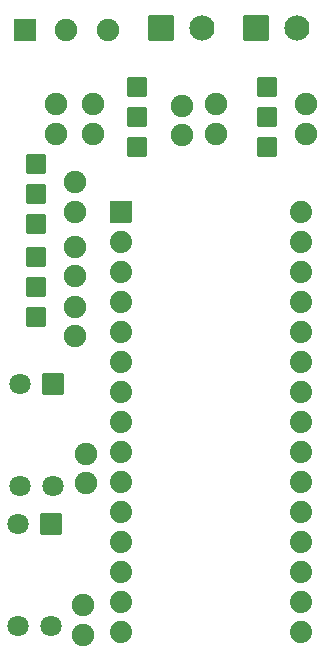
<source format=gts>
G04 Layer: TopSolderMaskLayer*
G04 EasyEDA v6.5.22, 2023-04-09 12:07:21*
G04 a82510d75d89424d952477dd8e89e6f5,b58ac661183547158e32f13718f6ba1e,10*
G04 Gerber Generator version 0.2*
G04 Scale: 100 percent, Rotated: No, Reflected: No *
G04 Dimensions in millimeters *
G04 leading zeros omitted , absolute positions ,4 integer and 5 decimal *
%FSLAX45Y45*%
%MOMM*%

%AMMACRO1*1,1,$1,$2,$3*1,1,$1,$4,$5*1,1,$1,0-$2,0-$3*1,1,$1,0-$4,0-$5*20,1,$1,$2,$3,$4,$5,0*20,1,$1,$4,$5,0-$2,0-$3,0*20,1,$1,0-$2,0-$3,0-$4,0-$5,0*20,1,$1,0-$4,0-$5,$2,$3,0*4,1,4,$2,$3,$4,$5,0-$2,0-$3,0-$4,0-$5,$2,$3,0*%
%ADD10C,1.9016*%
%ADD11MACRO1,0.1016X-0.762X0.762X0.762X0.762*%
%ADD12MACRO1,0.1016X-1.016X1.016X1.016X1.016*%
%ADD13C,2.1336*%
%ADD14MACRO1,0.1016X-0.9X0.9X0.9X0.9*%
%ADD15C,1.9017*%
%ADD16MACRO1,0.2032X0.8X0.8X0.8X-0.8*%
%ADD17C,1.8032*%
%ADD18MACRO1,0.1016X0.889X0.889X0.889X-0.889*%
%ADD19C,1.8796*%

%LPD*%
D10*
G01*
X1092200Y2245105D03*
G01*
X1092200Y1991360D03*
G01*
X1066800Y962405D03*
G01*
X1066800Y708660D03*
D11*
G01*
X2628900Y5092700D03*
G01*
X2628900Y5346700D03*
G01*
X2628900Y4838700D03*
G01*
X673100Y4445000D03*
G01*
X673100Y4699000D03*
G01*
X673100Y4191000D03*
G01*
X673100Y3657600D03*
G01*
X673100Y3911600D03*
G01*
X673100Y3403600D03*
G01*
X1524000Y5092700D03*
G01*
X1524000Y5346700D03*
G01*
X1524000Y4838700D03*
D10*
G01*
X1905000Y5191505D03*
G01*
X1905000Y4937760D03*
G01*
X1003300Y4543805D03*
G01*
X1003300Y4290060D03*
G01*
X838200Y5204205D03*
G01*
X838200Y4950460D03*
G01*
X2959100Y5204205D03*
G01*
X2959100Y4950460D03*
G01*
X2197100Y5204205D03*
G01*
X2197100Y4950460D03*
G01*
X1003300Y3997705D03*
G01*
X1003300Y3743960D03*
G01*
X1155700Y5204205D03*
G01*
X1155700Y4950460D03*
G01*
X1003300Y3489705D03*
G01*
X1003300Y3235960D03*
D12*
G01*
X2530218Y5849881D03*
D13*
G01*
X2880243Y5849868D03*
D14*
G01*
X577237Y5834692D03*
D15*
G01*
X927237Y5834679D03*
G01*
X1277223Y5834679D03*
D13*
G01*
X2077222Y5844687D03*
D12*
G01*
X1727210Y5844687D03*
D16*
G01*
X801197Y1651337D03*
D17*
G01*
X521207Y1651330D03*
G01*
X521207Y787323D03*
G01*
X801192Y787323D03*
D16*
G01*
X813399Y2832524D03*
D17*
G01*
X533400Y2832506D03*
G01*
X533400Y1968500D03*
G01*
X813384Y1968500D03*
D18*
G01*
X1387218Y4287781D03*
D19*
G01*
X1387231Y4033768D03*
G01*
X1387231Y3779768D03*
G01*
X1387231Y3525768D03*
G01*
X1387231Y3271768D03*
G01*
X1387231Y3017768D03*
G01*
X1387231Y2763768D03*
G01*
X1387231Y2509768D03*
G01*
X1387231Y2255768D03*
G01*
X1387231Y2001768D03*
G01*
X1387231Y1747768D03*
G01*
X1387231Y1493768D03*
G01*
X1387231Y1239768D03*
G01*
X1387231Y985768D03*
G01*
X1387231Y731768D03*
G01*
X2911205Y4287768D03*
G01*
X2911205Y4033768D03*
G01*
X2911205Y3779768D03*
G01*
X2911205Y3525768D03*
G01*
X2911205Y3271768D03*
G01*
X2911205Y3017768D03*
G01*
X2911205Y2763768D03*
G01*
X2911205Y2509768D03*
G01*
X2911205Y2255768D03*
G01*
X2911205Y2001768D03*
G01*
X2911205Y1747768D03*
G01*
X2911205Y1493768D03*
G01*
X2911205Y1239768D03*
G01*
X2911205Y985768D03*
G01*
X2911205Y731768D03*
M02*

</source>
